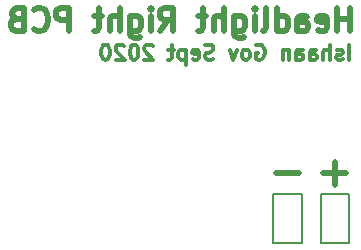
<source format=gbo>
G04 #@! TF.GenerationSoftware,KiCad,Pcbnew,(5.1.4)-1*
G04 #@! TF.CreationDate,2020-09-24T22:40:22-04:00*
G04 #@! TF.ProjectId,Headlight Left,48656164-6c69-4676-9874-204c6566742e,rev?*
G04 #@! TF.SameCoordinates,Original*
G04 #@! TF.FileFunction,Legend,Bot*
G04 #@! TF.FilePolarity,Positive*
%FSLAX46Y46*%
G04 Gerber Fmt 4.6, Leading zero omitted, Abs format (unit mm)*
G04 Created by KiCad (PCBNEW (5.1.4)-1) date 2020-09-24 22:40:22*
%MOMM*%
%LPD*%
G04 APERTURE LIST*
%ADD10C,0.317500*%
%ADD11C,0.476250*%
%ADD12C,0.508000*%
%ADD13C,0.150000*%
G04 APERTURE END LIST*
D10*
X129212380Y-94574523D02*
X129212380Y-93304523D01*
X128668095Y-94514047D02*
X128547142Y-94574523D01*
X128305238Y-94574523D01*
X128184285Y-94514047D01*
X128123809Y-94393095D01*
X128123809Y-94332619D01*
X128184285Y-94211666D01*
X128305238Y-94151190D01*
X128486666Y-94151190D01*
X128607619Y-94090714D01*
X128668095Y-93969761D01*
X128668095Y-93909285D01*
X128607619Y-93788333D01*
X128486666Y-93727857D01*
X128305238Y-93727857D01*
X128184285Y-93788333D01*
X127579523Y-94574523D02*
X127579523Y-93304523D01*
X127035238Y-94574523D02*
X127035238Y-93909285D01*
X127095714Y-93788333D01*
X127216666Y-93727857D01*
X127398095Y-93727857D01*
X127519047Y-93788333D01*
X127579523Y-93848809D01*
X125886190Y-94574523D02*
X125886190Y-93909285D01*
X125946666Y-93788333D01*
X126067619Y-93727857D01*
X126309523Y-93727857D01*
X126430476Y-93788333D01*
X125886190Y-94514047D02*
X126007142Y-94574523D01*
X126309523Y-94574523D01*
X126430476Y-94514047D01*
X126490952Y-94393095D01*
X126490952Y-94272142D01*
X126430476Y-94151190D01*
X126309523Y-94090714D01*
X126007142Y-94090714D01*
X125886190Y-94030238D01*
X124737142Y-94574523D02*
X124737142Y-93909285D01*
X124797619Y-93788333D01*
X124918571Y-93727857D01*
X125160476Y-93727857D01*
X125281428Y-93788333D01*
X124737142Y-94514047D02*
X124858095Y-94574523D01*
X125160476Y-94574523D01*
X125281428Y-94514047D01*
X125341904Y-94393095D01*
X125341904Y-94272142D01*
X125281428Y-94151190D01*
X125160476Y-94090714D01*
X124858095Y-94090714D01*
X124737142Y-94030238D01*
X124132380Y-93727857D02*
X124132380Y-94574523D01*
X124132380Y-93848809D02*
X124071904Y-93788333D01*
X123950952Y-93727857D01*
X123769523Y-93727857D01*
X123648571Y-93788333D01*
X123588095Y-93909285D01*
X123588095Y-94574523D01*
X121350476Y-93365000D02*
X121471428Y-93304523D01*
X121652857Y-93304523D01*
X121834285Y-93365000D01*
X121955238Y-93485952D01*
X122015714Y-93606904D01*
X122076190Y-93848809D01*
X122076190Y-94030238D01*
X122015714Y-94272142D01*
X121955238Y-94393095D01*
X121834285Y-94514047D01*
X121652857Y-94574523D01*
X121531904Y-94574523D01*
X121350476Y-94514047D01*
X121290000Y-94453571D01*
X121290000Y-94030238D01*
X121531904Y-94030238D01*
X120564285Y-94574523D02*
X120685238Y-94514047D01*
X120745714Y-94453571D01*
X120806190Y-94332619D01*
X120806190Y-93969761D01*
X120745714Y-93848809D01*
X120685238Y-93788333D01*
X120564285Y-93727857D01*
X120382857Y-93727857D01*
X120261904Y-93788333D01*
X120201428Y-93848809D01*
X120140952Y-93969761D01*
X120140952Y-94332619D01*
X120201428Y-94453571D01*
X120261904Y-94514047D01*
X120382857Y-94574523D01*
X120564285Y-94574523D01*
X119717619Y-93727857D02*
X119415238Y-94574523D01*
X119112857Y-93727857D01*
X117721904Y-94514047D02*
X117540476Y-94574523D01*
X117238095Y-94574523D01*
X117117142Y-94514047D01*
X117056666Y-94453571D01*
X116996190Y-94332619D01*
X116996190Y-94211666D01*
X117056666Y-94090714D01*
X117117142Y-94030238D01*
X117238095Y-93969761D01*
X117479999Y-93909285D01*
X117600952Y-93848809D01*
X117661428Y-93788333D01*
X117721904Y-93667380D01*
X117721904Y-93546428D01*
X117661428Y-93425476D01*
X117600952Y-93365000D01*
X117479999Y-93304523D01*
X117177619Y-93304523D01*
X116996190Y-93365000D01*
X115968095Y-94514047D02*
X116089047Y-94574523D01*
X116330952Y-94574523D01*
X116451904Y-94514047D01*
X116512380Y-94393095D01*
X116512380Y-93909285D01*
X116451904Y-93788333D01*
X116330952Y-93727857D01*
X116089047Y-93727857D01*
X115968095Y-93788333D01*
X115907619Y-93909285D01*
X115907619Y-94030238D01*
X116512380Y-94151190D01*
X115363333Y-93727857D02*
X115363333Y-94997857D01*
X115363333Y-93788333D02*
X115242380Y-93727857D01*
X115000476Y-93727857D01*
X114879523Y-93788333D01*
X114819047Y-93848809D01*
X114758571Y-93969761D01*
X114758571Y-94332619D01*
X114819047Y-94453571D01*
X114879523Y-94514047D01*
X115000476Y-94574523D01*
X115242380Y-94574523D01*
X115363333Y-94514047D01*
X114395714Y-93727857D02*
X113911904Y-93727857D01*
X114214285Y-93304523D02*
X114214285Y-94393095D01*
X114153809Y-94514047D01*
X114032857Y-94574523D01*
X113911904Y-94574523D01*
X112581428Y-93425476D02*
X112520952Y-93365000D01*
X112400000Y-93304523D01*
X112097619Y-93304523D01*
X111976666Y-93365000D01*
X111916190Y-93425476D01*
X111855714Y-93546428D01*
X111855714Y-93667380D01*
X111916190Y-93848809D01*
X112641904Y-94574523D01*
X111855714Y-94574523D01*
X111069523Y-93304523D02*
X110948571Y-93304523D01*
X110827619Y-93365000D01*
X110767142Y-93425476D01*
X110706666Y-93546428D01*
X110646190Y-93788333D01*
X110646190Y-94090714D01*
X110706666Y-94332619D01*
X110767142Y-94453571D01*
X110827619Y-94514047D01*
X110948571Y-94574523D01*
X111069523Y-94574523D01*
X111190476Y-94514047D01*
X111250952Y-94453571D01*
X111311428Y-94332619D01*
X111371904Y-94090714D01*
X111371904Y-93788333D01*
X111311428Y-93546428D01*
X111250952Y-93425476D01*
X111190476Y-93365000D01*
X111069523Y-93304523D01*
X110162380Y-93425476D02*
X110101904Y-93365000D01*
X109980952Y-93304523D01*
X109678571Y-93304523D01*
X109557619Y-93365000D01*
X109497142Y-93425476D01*
X109436666Y-93546428D01*
X109436666Y-93667380D01*
X109497142Y-93848809D01*
X110222857Y-94574523D01*
X109436666Y-94574523D01*
X108650476Y-93304523D02*
X108529523Y-93304523D01*
X108408571Y-93365000D01*
X108348095Y-93425476D01*
X108287619Y-93546428D01*
X108227142Y-93788333D01*
X108227142Y-94090714D01*
X108287619Y-94332619D01*
X108348095Y-94453571D01*
X108408571Y-94514047D01*
X108529523Y-94574523D01*
X108650476Y-94574523D01*
X108771428Y-94514047D01*
X108831904Y-94453571D01*
X108892380Y-94332619D01*
X108952857Y-94090714D01*
X108952857Y-93788333D01*
X108892380Y-93546428D01*
X108831904Y-93425476D01*
X108771428Y-93365000D01*
X108650476Y-93304523D01*
D11*
X129287500Y-92111785D02*
X129287500Y-90206785D01*
X129287500Y-91113928D02*
X128198928Y-91113928D01*
X128198928Y-92111785D02*
X128198928Y-90206785D01*
X126566071Y-92021071D02*
X126747500Y-92111785D01*
X127110357Y-92111785D01*
X127291785Y-92021071D01*
X127382500Y-91839642D01*
X127382500Y-91113928D01*
X127291785Y-90932500D01*
X127110357Y-90841785D01*
X126747500Y-90841785D01*
X126566071Y-90932500D01*
X126475357Y-91113928D01*
X126475357Y-91295357D01*
X127382500Y-91476785D01*
X124842500Y-92111785D02*
X124842500Y-91113928D01*
X124933214Y-90932500D01*
X125114642Y-90841785D01*
X125477500Y-90841785D01*
X125658928Y-90932500D01*
X124842500Y-92021071D02*
X125023928Y-92111785D01*
X125477500Y-92111785D01*
X125658928Y-92021071D01*
X125749642Y-91839642D01*
X125749642Y-91658214D01*
X125658928Y-91476785D01*
X125477500Y-91386071D01*
X125023928Y-91386071D01*
X124842500Y-91295357D01*
X123118928Y-92111785D02*
X123118928Y-90206785D01*
X123118928Y-92021071D02*
X123300357Y-92111785D01*
X123663214Y-92111785D01*
X123844642Y-92021071D01*
X123935357Y-91930357D01*
X124026071Y-91748928D01*
X124026071Y-91204642D01*
X123935357Y-91023214D01*
X123844642Y-90932500D01*
X123663214Y-90841785D01*
X123300357Y-90841785D01*
X123118928Y-90932500D01*
X121939642Y-92111785D02*
X122121071Y-92021071D01*
X122211785Y-91839642D01*
X122211785Y-90206785D01*
X121213928Y-92111785D02*
X121213928Y-90841785D01*
X121213928Y-90206785D02*
X121304642Y-90297500D01*
X121213928Y-90388214D01*
X121123214Y-90297500D01*
X121213928Y-90206785D01*
X121213928Y-90388214D01*
X119490357Y-90841785D02*
X119490357Y-92383928D01*
X119581071Y-92565357D01*
X119671785Y-92656071D01*
X119853214Y-92746785D01*
X120125357Y-92746785D01*
X120306785Y-92656071D01*
X119490357Y-92021071D02*
X119671785Y-92111785D01*
X120034642Y-92111785D01*
X120216071Y-92021071D01*
X120306785Y-91930357D01*
X120397500Y-91748928D01*
X120397500Y-91204642D01*
X120306785Y-91023214D01*
X120216071Y-90932500D01*
X120034642Y-90841785D01*
X119671785Y-90841785D01*
X119490357Y-90932500D01*
X118583214Y-92111785D02*
X118583214Y-90206785D01*
X117766785Y-92111785D02*
X117766785Y-91113928D01*
X117857500Y-90932500D01*
X118038928Y-90841785D01*
X118311071Y-90841785D01*
X118492500Y-90932500D01*
X118583214Y-91023214D01*
X117131785Y-90841785D02*
X116406071Y-90841785D01*
X116859642Y-90206785D02*
X116859642Y-91839642D01*
X116768928Y-92021071D01*
X116587499Y-92111785D01*
X116406071Y-92111785D01*
X113231071Y-92111785D02*
X113866071Y-91204642D01*
X114319642Y-92111785D02*
X114319642Y-90206785D01*
X113593928Y-90206785D01*
X113412499Y-90297500D01*
X113321785Y-90388214D01*
X113231071Y-90569642D01*
X113231071Y-90841785D01*
X113321785Y-91023214D01*
X113412499Y-91113928D01*
X113593928Y-91204642D01*
X114319642Y-91204642D01*
X112414642Y-92111785D02*
X112414642Y-90841785D01*
X112414642Y-90206785D02*
X112505357Y-90297500D01*
X112414642Y-90388214D01*
X112323928Y-90297500D01*
X112414642Y-90206785D01*
X112414642Y-90388214D01*
X110691071Y-90841785D02*
X110691071Y-92383928D01*
X110781785Y-92565357D01*
X110872499Y-92656071D01*
X111053928Y-92746785D01*
X111326071Y-92746785D01*
X111507499Y-92656071D01*
X110691071Y-92021071D02*
X110872499Y-92111785D01*
X111235357Y-92111785D01*
X111416785Y-92021071D01*
X111507499Y-91930357D01*
X111598214Y-91748928D01*
X111598214Y-91204642D01*
X111507499Y-91023214D01*
X111416785Y-90932500D01*
X111235357Y-90841785D01*
X110872499Y-90841785D01*
X110691071Y-90932500D01*
X109783928Y-92111785D02*
X109783928Y-90206785D01*
X108967499Y-92111785D02*
X108967499Y-91113928D01*
X109058214Y-90932500D01*
X109239642Y-90841785D01*
X109511785Y-90841785D01*
X109693214Y-90932500D01*
X109783928Y-91023214D01*
X108332499Y-90841785D02*
X107606785Y-90841785D01*
X108060357Y-90206785D02*
X108060357Y-91839642D01*
X107969642Y-92021071D01*
X107788214Y-92111785D01*
X107606785Y-92111785D01*
X105520357Y-92111785D02*
X105520357Y-90206785D01*
X104794642Y-90206785D01*
X104613214Y-90297500D01*
X104522500Y-90388214D01*
X104431785Y-90569642D01*
X104431785Y-90841785D01*
X104522500Y-91023214D01*
X104613214Y-91113928D01*
X104794642Y-91204642D01*
X105520357Y-91204642D01*
X102526785Y-91930357D02*
X102617499Y-92021071D01*
X102889642Y-92111785D01*
X103071071Y-92111785D01*
X103343214Y-92021071D01*
X103524642Y-91839642D01*
X103615357Y-91658214D01*
X103706071Y-91295357D01*
X103706071Y-91023214D01*
X103615357Y-90660357D01*
X103524642Y-90478928D01*
X103343214Y-90297500D01*
X103071071Y-90206785D01*
X102889642Y-90206785D01*
X102617499Y-90297500D01*
X102526785Y-90388214D01*
X101075357Y-91113928D02*
X100803214Y-91204642D01*
X100712499Y-91295357D01*
X100621785Y-91476785D01*
X100621785Y-91748928D01*
X100712499Y-91930357D01*
X100803214Y-92021071D01*
X100984642Y-92111785D01*
X101710357Y-92111785D01*
X101710357Y-90206785D01*
X101075357Y-90206785D01*
X100893928Y-90297500D01*
X100803214Y-90388214D01*
X100712499Y-90569642D01*
X100712499Y-90751071D01*
X100803214Y-90932500D01*
X100893928Y-91023214D01*
X101075357Y-91113928D01*
X101710357Y-91113928D01*
D12*
X124967619Y-104181428D02*
X123032380Y-104181428D01*
X128967619Y-104181428D02*
X127032380Y-104181428D01*
X128000000Y-105149047D02*
X128000000Y-103213809D01*
D13*
X126800000Y-110100000D02*
X129200000Y-110100000D01*
X126800000Y-105900000D02*
X126800000Y-110100000D01*
X129200000Y-105900000D02*
X126800000Y-105900000D01*
X129200000Y-110100000D02*
X129200000Y-105900000D01*
X122800000Y-110100000D02*
X125200000Y-110100000D01*
X122800000Y-105900000D02*
X122800000Y-110100000D01*
X125200000Y-105900000D02*
X122800000Y-105900000D01*
X125200000Y-110100000D02*
X125200000Y-105900000D01*
M02*

</source>
